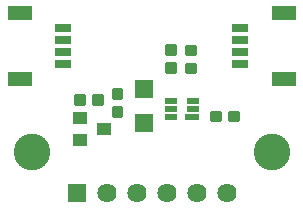
<source format=gbr>
G04 EAGLE Gerber RS-274X export*
G75*
%MOMM*%
%FSLAX34Y34*%
%LPD*%
%AMOC8*
5,1,8,0,0,1.08239X$1,22.5*%
G01*
%ADD10C,3.101600*%
%ADD11C,0.326897*%
%ADD12R,1.501600X1.501600*%
%ADD13R,1.451600X0.701600*%
%ADD14R,2.101600X1.301600*%
%ADD15R,1.301600X0.501600*%
%ADD16R,1.101600X0.501600*%
%ADD17R,1.244600X0.990600*%
%ADD18R,1.625600X1.625600*%
%ADD19C,1.625600*%


D10*
X25400Y50000D03*
X228600Y50000D03*
D11*
X200137Y83409D02*
X193499Y83409D01*
X200137Y83409D02*
X200137Y76771D01*
X193499Y76771D01*
X193499Y83409D01*
X193499Y79877D02*
X200137Y79877D01*
X200137Y82983D02*
X193499Y82983D01*
X184897Y83409D02*
X178259Y83409D01*
X184897Y83409D02*
X184897Y76771D01*
X178259Y76771D01*
X178259Y83409D01*
X178259Y79877D02*
X184897Y79877D01*
X184897Y82983D02*
X178259Y82983D01*
D12*
X120320Y103498D03*
X120320Y74498D03*
D13*
X52000Y155000D03*
X52000Y145000D03*
X52000Y135000D03*
X52000Y125000D03*
D14*
X15250Y112000D03*
X15250Y168000D03*
D13*
X202000Y125000D03*
X202000Y135000D03*
X202000Y145000D03*
X202000Y155000D03*
D14*
X238750Y168000D03*
X238750Y112000D03*
D11*
X163473Y117449D02*
X163473Y124087D01*
X163473Y117449D02*
X156835Y117449D01*
X156835Y124087D01*
X163473Y124087D01*
X163473Y120555D02*
X156835Y120555D01*
X156835Y123661D02*
X163473Y123661D01*
X163473Y132689D02*
X163473Y139327D01*
X163473Y132689D02*
X156835Y132689D01*
X156835Y139327D01*
X163473Y139327D01*
X163473Y135795D02*
X156835Y135795D01*
X156835Y138901D02*
X163473Y138901D01*
X146473Y124287D02*
X146473Y117649D01*
X139835Y117649D01*
X139835Y124287D01*
X146473Y124287D01*
X146473Y120755D02*
X139835Y120755D01*
X139835Y123861D02*
X146473Y123861D01*
X146473Y132889D02*
X146473Y139527D01*
X146473Y132889D02*
X139835Y132889D01*
X139835Y139527D01*
X146473Y139527D01*
X146473Y135995D02*
X139835Y135995D01*
X139835Y139101D02*
X146473Y139101D01*
D15*
X161010Y79878D03*
D16*
X162010Y86378D03*
X162010Y92878D03*
X143010Y92878D03*
X143010Y86378D03*
X143010Y79878D03*
D11*
X94747Y95931D02*
X94747Y102569D01*
X101385Y102569D01*
X101385Y95931D01*
X94747Y95931D01*
X94747Y99037D02*
X101385Y99037D01*
X101385Y102143D02*
X94747Y102143D01*
X94747Y87329D02*
X94747Y80691D01*
X94747Y87329D02*
X101385Y87329D01*
X101385Y80691D01*
X94747Y80691D01*
X94747Y83797D02*
X101385Y83797D01*
X101385Y86903D02*
X94747Y86903D01*
D17*
X87072Y69360D03*
X66752Y59860D03*
X66752Y78860D03*
D11*
X69849Y90749D02*
X63211Y90749D01*
X63211Y97387D01*
X69849Y97387D01*
X69849Y90749D01*
X69849Y93855D02*
X63211Y93855D01*
X63211Y96961D02*
X69849Y96961D01*
X78451Y90749D02*
X85089Y90749D01*
X78451Y90749D02*
X78451Y97387D01*
X85089Y97387D01*
X85089Y90749D01*
X85089Y93855D02*
X78451Y93855D01*
X78451Y96961D02*
X85089Y96961D01*
D18*
X63500Y15000D03*
D19*
X88900Y15000D03*
X114300Y15000D03*
X139700Y15000D03*
X165100Y15000D03*
X190500Y15000D03*
M02*

</source>
